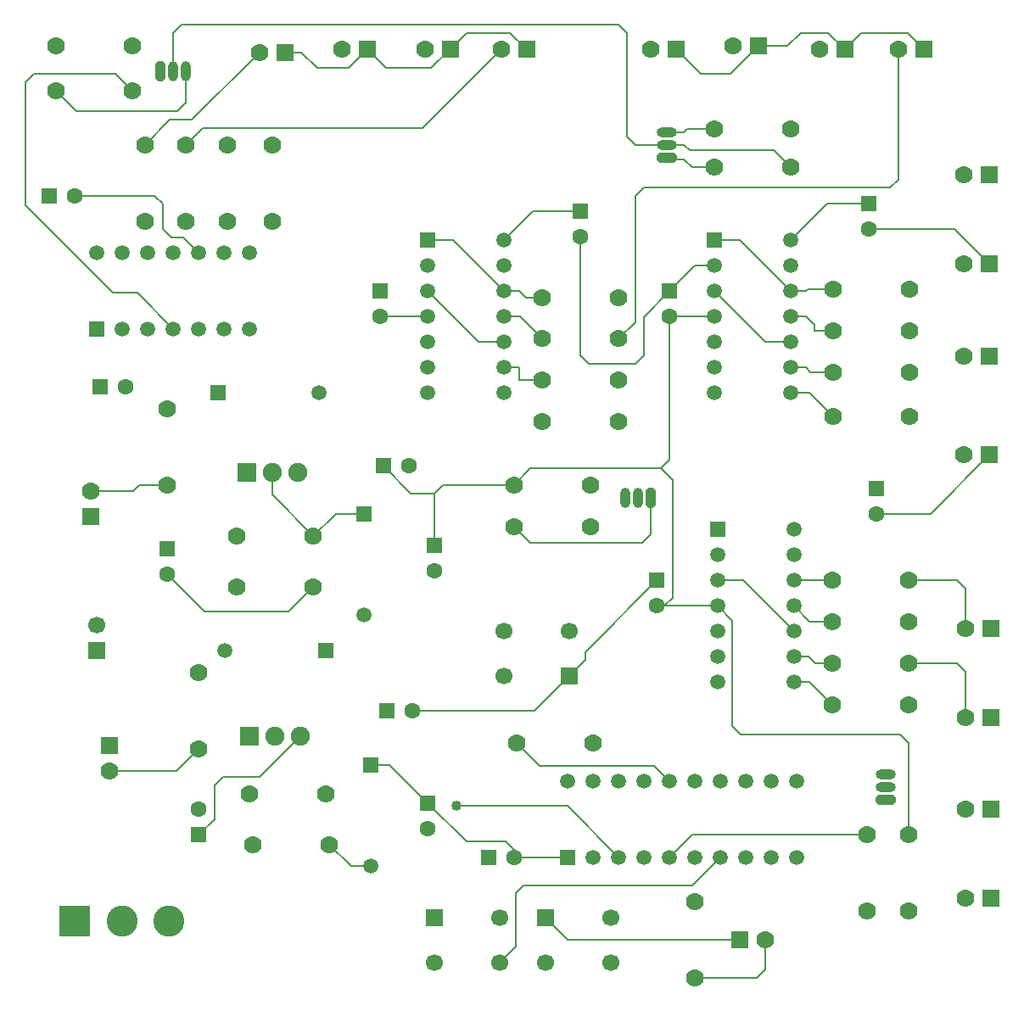
<source format=gbr>
G04 DipTrace 3.1.0.1*
G04 Top.gbr*
%MOIN*%
G04 #@! TF.FileFunction,Copper,L1,Top*
G04 #@! TF.Part,Single*
%AMOUTLINE0*
4,1,8,
0.019685,0.029528,
0.009843,0.03937,
-0.009843,0.03937,
-0.019685,0.029528,
-0.019685,-0.029528,
-0.009843,-0.03937,
0.009843,-0.03937,
0.019685,-0.029528,
0.019685,0.029528,
0*%
%AMOUTLINE3*
4,1,8,
0.029528,-0.019685,
0.03937,-0.009843,
0.03937,0.009843,
0.029528,0.019685,
-0.029528,0.019685,
-0.03937,0.009843,
-0.03937,-0.009843,
-0.029528,-0.019685,
0.029528,-0.019685,
0*%
%AMOUTLINE6*
4,1,8,
-0.019685,-0.029528,
-0.009843,-0.03937,
0.009843,-0.03937,
0.019685,-0.029528,
0.019685,0.029528,
0.009843,0.03937,
-0.009843,0.03937,
-0.019685,0.029528,
-0.019685,-0.029528,
0*%
G04 #@! TA.AperFunction,Conductor*
%ADD11C,0.006*%
G04 #@! TA.AperFunction,ComponentPad*
%ADD13R,0.074803X0.074803*%
%ADD14C,0.074803*%
%ADD15C,0.07*%
%ADD16C,0.07*%
%ADD17R,0.059055X0.059055*%
%ADD18C,0.059055*%
%ADD19C,0.062992*%
%ADD20R,0.062992X0.062992*%
%ADD21R,0.07X0.07*%
%ADD22R,0.066929X0.066929*%
%ADD23C,0.066929*%
%ADD24R,0.122047X0.122047*%
%ADD25C,0.122047*%
%ADD26O,0.03937X0.07874*%
%ADD27O,0.07874X0.03937*%
G04 #@! TA.AperFunction,ViaPad*
%ADD28C,0.04*%
G04 #@! TA.AperFunction,ComponentPad*
%ADD72OUTLINE0*%
%ADD75OUTLINE3*%
%ADD78OUTLINE6*%
%FSLAX26Y26*%
G04*
G70*
G90*
G75*
G01*
G04 Top*
%LPD*%
X3006500Y2031500D2*
D11*
X2725874Y1750874D1*
Y1717803D1*
X2662406Y1654335D1*
X1206500Y3319000D2*
X1146972Y3378528D1*
X1099028D1*
X1066028Y3411528D1*
Y3511000D1*
X1033028Y3544000D1*
X719000D1*
X4312493Y2525500D2*
X4080993Y2294000D1*
X3869000D1*
X3231500Y3269000D2*
X3156500D1*
X3056500Y3169000D1*
X2569000Y706500D2*
X2656500Y619000D1*
X3331500D1*
X4312493Y3275500D2*
X4174993Y3413000D1*
X3837493D1*
X3231500Y3169000D2*
X3431500Y2969000D1*
X3531500D1*
X3244000Y2031500D2*
X3344000D1*
X3544000Y1831500D1*
X2106500Y3169000D2*
X2306500Y2969000D1*
X2406500D1*
X1656500Y2006500D2*
X1558500Y1908500D1*
X1229500D1*
X1081500Y2056500D1*
X1544000Y4106500D2*
X1609000D1*
X1670992Y4044508D1*
X1794508D1*
X1869000Y4119000D1*
X4056500D2*
X3991500Y4184000D1*
X3809000D1*
X3744000Y4119000D1*
X1881500Y908862D2*
X1804138D1*
X1719000Y994000D1*
X2662406Y1654335D2*
X2527071Y1519000D1*
X2044000D1*
X3056500Y3169000D2*
X2954500Y3067000D1*
Y2917000D1*
X2921500Y2884000D1*
X2739500D1*
X2706500Y2917000D1*
Y3381500D1*
X2194000Y4119000D2*
X2259000Y4184000D1*
X2429000D1*
X2494000Y4119000D1*
X1869000D2*
X1943492Y4044508D1*
X2119508D1*
X2194000Y4119000D1*
X3406500Y4131500D2*
X3296000Y4021000D1*
X3179500D1*
X3081500Y4119000D1*
X3744000D2*
X3679000Y4184000D1*
X3572244D1*
X3519744Y4131500D1*
X3406500D1*
X1606500Y1419000D2*
X1446500Y1259000D1*
X1300996D1*
X1267996Y1226000D1*
Y1092996D1*
X1206500Y1031500D1*
X781500Y2381500D2*
X948118D1*
X973118Y2406500D1*
X1081500D1*
X4219000Y1844000D2*
Y1998500D1*
X4186000Y2031500D1*
X3994000D1*
X856500Y1281500D2*
X1119000D1*
X1206500Y1369000D1*
X4219000Y1494000D2*
Y1673500D1*
X4186000Y1706500D1*
X3994000D1*
X3699993Y3175500D2*
X3597528D1*
X3591028Y3169000D1*
X3531500D1*
X3331500Y3369000D1*
X3231500D1*
X3699993Y3013000D2*
X3624028D1*
Y3036000D1*
X3591028Y3069000D1*
X3531500D1*
X3699993Y2850500D2*
X3609528D1*
X3591028Y2869000D1*
X3531500D1*
X3699993Y2675500D2*
X3606493Y2769000D1*
X3531500D1*
X2444000Y2244000D2*
X2509000Y2179000D1*
X2948500D1*
X2981500Y2212000D1*
Y2356500D1*
X3544000Y2031500D2*
X3694000D1*
Y1869000D2*
X3606500D1*
X3544000Y1931500D1*
X3694000Y1706500D2*
X3628528D1*
X3603528Y1731500D1*
X3544000D1*
X3694000Y1544000D2*
X3606500Y1631500D1*
X3544000D1*
X3956500Y4119000D2*
Y3607496D1*
X3923500Y3574496D1*
X2954500D1*
X2921500Y3541496D1*
Y3046500D1*
X2856500Y2981500D1*
X2556500Y3144000D2*
X2491028D1*
X2466028Y3169000D1*
X2406500D1*
X2206500Y3369000D1*
X2106500D1*
X2556500Y2981500D2*
X2469000Y3069000D1*
X2406500D1*
X2556500Y2819000D2*
X2466028D1*
Y2869000D1*
X2406500D1*
X2394000Y4119000D2*
X2084000Y3809000D1*
X1221500D1*
X1156500Y3744000D1*
X1444000Y4106500D2*
X1179500Y3842000D1*
X1092000D1*
X994000Y3744000D1*
X2456500Y1394000D2*
X2546972Y1303528D1*
X2996974D1*
X3056501Y1244000D1*
X3044000Y3694000D2*
Y3687157D1*
X3113370D1*
X3144028Y3656500D1*
X3231500D1*
X3431500Y619000D2*
Y502000D1*
X3398500Y469000D1*
X3156500D1*
X2387406Y529335D2*
X2450874Y592803D1*
Y801000D1*
X2483874Y834000D1*
X3146500D1*
X3256500Y944000D1*
X3531500Y3369000D2*
X3675500Y3513000D1*
X3837493D1*
X2706500Y3481500D2*
X2519000D1*
X2406500Y3369000D1*
X3044000Y3794000D2*
X3113370D1*
X3125870Y3806500D1*
X3231500D1*
X644000Y3956500D2*
X725500Y3875000D1*
X1123500D1*
X1156500Y3908000D1*
Y4031500D1*
X3831500Y1031500D2*
X3144001D1*
X3056501Y944000D1*
X2217996Y1145008D2*
X2655492D1*
X2856500Y944000D1*
X3994000Y1031500D2*
Y1393507D1*
X3961000Y1426507D1*
X3336530D1*
X3303528Y1459508D1*
Y1871972D1*
X3244000Y1931500D1*
X1106500Y3019000D2*
X964280Y3161220D1*
X868142D1*
X524504Y3504860D1*
Y3988500D1*
X557504Y4021500D1*
X879000D1*
X944000Y3956500D1*
X1856500Y2294000D2*
X1744000D1*
X1656500Y2206500D1*
X3231500Y3069000D2*
X3056500D1*
X2444000Y2406500D2*
X2164500D1*
X2131500Y2373500D1*
X2039500D1*
X1931500Y2481500D1*
X1919000Y3069000D2*
X2106500D1*
X3006500Y1931500D2*
D3*
X2131500Y2373500D2*
Y2169000D1*
X3006500Y1931500D2*
X3036500D1*
X3067996Y1962996D1*
Y2427004D1*
X3023500Y2471500D1*
X2509000D1*
X2444000Y2406500D1*
X3244000Y1931500D2*
X3006500D1*
X1656500Y2206500D2*
X1494000Y2369000D1*
Y2456500D1*
X3056500Y3069000D2*
Y2504500D1*
X3023500Y2471500D1*
X1881500Y1306500D2*
X1956500D1*
X2106500Y1156500D1*
X1106500Y4031500D2*
Y4184000D1*
X1139500Y4217000D1*
X2855504D1*
X2888504Y4184000D1*
Y3777000D1*
X2921504Y3744000D1*
X3044000D1*
X2444000Y944000D2*
X2656500D1*
X2444000D2*
D3*
X2106500Y1156500D2*
X2257504Y1005496D1*
X2412504D1*
X2444000Y974000D1*
Y944000D1*
X3044000Y3744000D2*
X3113370D1*
X3135870Y3721500D1*
X3466500D1*
X3531500Y3656500D1*
D28*
X2217996Y1145008D3*
D13*
X1394000Y2456500D3*
D14*
X1494000D3*
X1594000D3*
D15*
X1656500Y2206500D3*
D16*
X1356500D3*
D15*
Y2006500D3*
D16*
X1656500D3*
D17*
X1281500Y2769000D3*
D18*
X1679138D3*
D19*
X1081500Y2056500D3*
D20*
Y2156500D3*
D17*
X1856500Y2294000D3*
D18*
Y1896362D3*
D19*
X2131500Y2069000D3*
D20*
Y2169000D3*
X1931500Y2481500D3*
D19*
X2031500D3*
D15*
X1081500Y2706500D3*
D16*
Y2406500D3*
D15*
X781500Y2381500D3*
D21*
Y2281500D3*
D13*
X1406500Y1419000D3*
D14*
X1506500D3*
X1606500D3*
D15*
X1706500Y1194000D3*
D16*
X1406500D3*
D15*
X1419000Y994000D3*
D16*
X1719000D3*
D17*
X1705319Y1756500D3*
D18*
X1307681D3*
D19*
X1206500Y1131500D3*
D20*
Y1031500D3*
D17*
X1881500Y1306500D3*
D18*
Y908862D3*
D19*
X2106500Y1056500D3*
D20*
Y1156500D3*
X1944000Y1519000D3*
D19*
X2044000D3*
D15*
X1206500Y1669000D3*
D16*
Y1369000D3*
D15*
X856500Y1281500D3*
D21*
Y1381500D3*
D22*
X806500Y1756500D3*
D23*
Y1856500D3*
D17*
X3231500Y3369000D3*
D18*
Y3269000D3*
Y3169000D3*
Y3069000D3*
Y2969000D3*
Y2869000D3*
Y2769000D3*
X3531500D3*
Y2869000D3*
Y2969000D3*
Y3069000D3*
Y3169000D3*
Y3269000D3*
Y3369000D3*
D15*
X3699993Y3175500D3*
D16*
X3999993D3*
D15*
X4212493Y3625500D3*
D21*
X4312493D3*
D15*
X3699993Y3013000D3*
D16*
X3999993D3*
D15*
X4212493Y2525500D3*
D21*
X4312493D3*
D15*
X3699993Y2850500D3*
D16*
X3999993D3*
D15*
X4212493Y3275500D3*
D21*
X4312493D3*
D15*
X3699993Y2675500D3*
D16*
X3999993D3*
D15*
X4212493Y2913000D3*
D21*
X4312493D3*
D19*
X3837493Y3413000D3*
D20*
Y3513000D3*
D19*
X3056500Y3069000D3*
D20*
Y3169000D3*
D17*
X3244000Y2231500D3*
D18*
Y2131500D3*
Y2031500D3*
Y1931500D3*
Y1831500D3*
Y1731500D3*
Y1631500D3*
X3544000D3*
Y1731500D3*
Y1831500D3*
Y1931500D3*
Y2031500D3*
Y2131500D3*
Y2231500D3*
D15*
X3694000Y2031500D3*
D16*
X3994000D3*
D15*
X4219000Y1844000D3*
D21*
X4319000D3*
D15*
X3694000Y1869000D3*
D16*
X3994000D3*
D15*
X4219000Y781500D3*
D21*
X4319000D3*
D15*
X3694000Y1706500D3*
D16*
X3994000D3*
D15*
X4219000Y1494000D3*
D21*
X4319000D3*
D15*
X3694000Y1544000D3*
D16*
X3994000D3*
D15*
X4219000Y1131500D3*
D21*
X4319000D3*
D19*
X3869000Y2294000D3*
D20*
Y2394000D3*
D19*
X3006500Y1931500D3*
D20*
Y2031500D3*
D17*
X2106500Y3369000D3*
D18*
Y3269000D3*
Y3169000D3*
Y3069000D3*
Y2969000D3*
Y2869000D3*
Y2769000D3*
X2406500D3*
Y2869000D3*
Y2969000D3*
Y3069000D3*
Y3169000D3*
Y3269000D3*
Y3369000D3*
D15*
X2556500Y3144000D3*
D16*
X2856500D3*
D15*
X2981500Y4119000D3*
D21*
X3081500D3*
D15*
X2556500Y2981500D3*
D16*
X2856500D3*
D15*
X3956500Y4119000D3*
D21*
X4056500D3*
D15*
X2556500Y2819000D3*
D16*
X2856500D3*
D15*
X3306500Y4131500D3*
D21*
X3406500D3*
D15*
X2556500Y2656500D3*
D16*
X2856500D3*
D15*
X3644000Y4119000D3*
D21*
X3744000D3*
D19*
X2706500Y3381500D3*
D20*
Y3481500D3*
D19*
X1919000Y3069000D3*
D20*
Y3169000D3*
D17*
X806500Y3019000D3*
D18*
X906500D3*
X1006500D3*
X1106500D3*
X1206500D3*
X1306500D3*
X1406500D3*
Y3319000D3*
X1306500D3*
X1206500D3*
X1106500D3*
X1006500D3*
X906500D3*
X806500D3*
D15*
X994000Y3444000D3*
D16*
Y3744000D3*
D15*
X1444000Y4106500D3*
D21*
X1544000D3*
D15*
X1156500Y3444000D3*
D16*
Y3744000D3*
D15*
X2394000Y4119000D3*
D21*
X2494000D3*
D15*
X1319000Y3444000D3*
D16*
Y3744000D3*
D15*
X1769000Y4119000D3*
D21*
X1869000D3*
D15*
X1494000Y3444000D3*
D16*
Y3744000D3*
D15*
X2094000Y4119000D3*
D21*
X2194000D3*
D19*
X719000Y3544000D3*
D20*
X619000D3*
D19*
X919000Y2794000D3*
D20*
X819000D3*
D17*
X2656500Y944000D3*
D18*
X2756500D3*
X2856500D3*
X2956500D3*
X3056501D3*
X3156501D3*
X3256500D3*
X3356501D3*
X3456501D3*
X3556500D3*
X2656501Y1244000D3*
X2756501D3*
X2856501D3*
X2956500D3*
X3056501D3*
X3156501D3*
X3256500D3*
X3356501D3*
X3456501D3*
X3556500D3*
D19*
X2444000Y944000D3*
D20*
X2344000D3*
D24*
X719000Y694000D3*
D25*
X904039D3*
X1089079D3*
D15*
X3156500Y469000D3*
D16*
Y769000D3*
D15*
X3431500Y619000D3*
D21*
X3331500D3*
D22*
X2131500Y706500D3*
D23*
Y529335D3*
X2387406D3*
Y706500D3*
D22*
X2569000D3*
D23*
Y529335D3*
X2824906D3*
Y706500D3*
D22*
X2662406Y1654335D3*
D23*
Y1831500D3*
X2406500D3*
Y1654335D3*
D15*
X2756500Y1394000D3*
D16*
X2456500D3*
D72*
X2981500Y2356500D3*
D26*
X2931500D3*
X2881500D3*
D15*
X2744000Y2244000D3*
D16*
X2444000D3*
D15*
Y2406500D3*
D16*
X2744000D3*
D75*
X3906500Y1169000D3*
D27*
Y1219000D3*
Y1269000D3*
D15*
X3831500Y1031500D3*
D16*
Y731500D3*
D15*
X3994000Y1031500D3*
D16*
Y731500D3*
D75*
X3044000Y3694000D3*
D27*
Y3744000D3*
Y3794000D3*
D15*
X3231500Y3656500D3*
D16*
X3531500D3*
D15*
Y3806500D3*
D16*
X3231500D3*
D78*
X1056500Y4031500D3*
D26*
X1106500D3*
X1156500D3*
D15*
X944000Y4131500D3*
D16*
X644000D3*
D15*
X944000Y3956500D3*
D16*
X644000D3*
M02*

</source>
